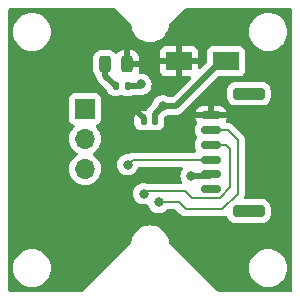
<source format=gbr>
%TF.GenerationSoftware,KiCad,Pcbnew,7.0.2*%
%TF.CreationDate,2023-07-22T23:42:45-04:00*%
%TF.ProjectId,encoder_go_v1_rev1,656e636f-6465-4725-9f67-6f5f76315f72,rev?*%
%TF.SameCoordinates,Original*%
%TF.FileFunction,Copper,L1,Top*%
%TF.FilePolarity,Positive*%
%FSLAX46Y46*%
G04 Gerber Fmt 4.6, Leading zero omitted, Abs format (unit mm)*
G04 Created by KiCad (PCBNEW 7.0.2) date 2023-07-22 23:42:45*
%MOMM*%
%LPD*%
G01*
G04 APERTURE LIST*
G04 Aperture macros list*
%AMRoundRect*
0 Rectangle with rounded corners*
0 $1 Rounding radius*
0 $2 $3 $4 $5 $6 $7 $8 $9 X,Y pos of 4 corners*
0 Add a 4 corners polygon primitive as box body*
4,1,4,$2,$3,$4,$5,$6,$7,$8,$9,$2,$3,0*
0 Add four circle primitives for the rounded corners*
1,1,$1+$1,$2,$3*
1,1,$1+$1,$4,$5*
1,1,$1+$1,$6,$7*
1,1,$1+$1,$8,$9*
0 Add four rect primitives between the rounded corners*
20,1,$1+$1,$2,$3,$4,$5,0*
20,1,$1+$1,$4,$5,$6,$7,0*
20,1,$1+$1,$6,$7,$8,$9,0*
20,1,$1+$1,$8,$9,$2,$3,0*%
G04 Aperture macros list end*
%TA.AperFunction,SMDPad,CuDef*%
%ADD10RoundRect,0.135000X-0.135000X-0.185000X0.135000X-0.185000X0.135000X0.185000X-0.135000X0.185000X0*%
%TD*%
%TA.AperFunction,SMDPad,CuDef*%
%ADD11RoundRect,0.243750X0.243750X0.456250X-0.243750X0.456250X-0.243750X-0.456250X0.243750X-0.456250X0*%
%TD*%
%TA.AperFunction,SMDPad,CuDef*%
%ADD12RoundRect,0.140000X-0.140000X-0.170000X0.140000X-0.170000X0.140000X0.170000X-0.140000X0.170000X0*%
%TD*%
%TA.AperFunction,SMDPad,CuDef*%
%ADD13R,2.200000X1.550000*%
%TD*%
%TA.AperFunction,SMDPad,CuDef*%
%ADD14RoundRect,0.150000X0.700000X-0.150000X0.700000X0.150000X-0.700000X0.150000X-0.700000X-0.150000X0*%
%TD*%
%TA.AperFunction,SMDPad,CuDef*%
%ADD15RoundRect,0.250000X1.100000X-0.250000X1.100000X0.250000X-1.100000X0.250000X-1.100000X-0.250000X0*%
%TD*%
%TA.AperFunction,ComponentPad*%
%ADD16R,1.700000X1.700000*%
%TD*%
%TA.AperFunction,ComponentPad*%
%ADD17O,1.700000X1.700000*%
%TD*%
%TA.AperFunction,ViaPad*%
%ADD18C,0.800000*%
%TD*%
%TA.AperFunction,Conductor*%
%ADD19C,0.500000*%
%TD*%
%TA.AperFunction,Conductor*%
%ADD20C,0.200000*%
%TD*%
G04 APERTURE END LIST*
D10*
%TO.P,R1,1*%
%TO.N,Net-(D1-A)*%
X147090318Y-94607832D03*
%TO.P,R1,2*%
%TO.N,GND*%
X148110318Y-94607832D03*
%TD*%
D11*
%TO.P,D1,1,K*%
%TO.N,+3.3V*%
X148060501Y-92740999D03*
%TO.P,D1,2,A*%
%TO.N,Net-(D1-A)*%
X146185501Y-92740999D03*
%TD*%
D12*
%TO.P,C1,1*%
%TO.N,+3.3V*%
X149451000Y-97541998D03*
%TO.P,C1,2*%
%TO.N,GND*%
X150411000Y-97541998D03*
%TD*%
D13*
%TO.P,D2,1,1*%
%TO.N,+3.3V*%
X152445000Y-92486999D03*
%TO.P,D2,2,2*%
%TO.N,GND*%
X156445000Y-92486999D03*
%TD*%
D14*
%TO.P,J1,1,Pin_1*%
%TO.N,unconnected-(J1-Pin_1-Pad1)*%
X155154999Y-103326999D03*
%TO.P,J1,2,Pin_2*%
%TO.N,GND*%
X155154999Y-102076999D03*
%TO.P,J1,3,Pin_3*%
%TO.N,Net-(J1-Pin_3)*%
X155154999Y-100826999D03*
%TO.P,J1,4,Pin_4*%
%TO.N,Net-(J1-Pin_4)*%
X155154999Y-99576999D03*
%TO.P,J1,5,Pin_5*%
%TO.N,Net-(J1-Pin_5)*%
X155154999Y-98326999D03*
%TO.P,J1,6,Pin_6*%
%TO.N,+3.3V*%
X155154999Y-97076999D03*
D15*
%TO.P,J1,MP*%
%TO.N,N/C*%
X158354999Y-105176999D03*
X158354999Y-95226999D03*
%TD*%
D16*
%TO.P,J2,1,Pin_1*%
%TO.N,Net-(J2-Pin_1)*%
X144503000Y-96531999D03*
D17*
%TO.P,J2,2,Pin_2*%
%TO.N,Net-(J2-Pin_2)*%
X144503000Y-99071999D03*
%TO.P,J2,3,Pin_3*%
%TO.N,Net-(J2-Pin_3)*%
X144503000Y-101611999D03*
%TD*%
D18*
%TO.N,+3.3V*%
X148661135Y-96502259D03*
%TO.N,GND*%
X149216000Y-94440999D03*
X151065869Y-96289747D03*
X153466000Y-102190999D03*
%TO.N,Net-(J1-Pin_3)*%
X148093836Y-101259094D03*
%TO.N,Net-(J1-Pin_4)*%
X149445469Y-103710892D03*
%TO.N,Net-(J1-Pin_5)*%
X150716000Y-104440999D03*
%TD*%
D19*
%TO.N,+3.3V*%
X149451000Y-97541998D02*
X149451000Y-97292124D01*
X149451000Y-97292124D02*
X148661135Y-96502259D01*
%TO.N,GND*%
X149049167Y-94607832D02*
X149216000Y-94440999D01*
X150411000Y-96940999D02*
X150411000Y-97541998D01*
X151062252Y-96289747D02*
X150411000Y-96940999D01*
X155040999Y-102190999D02*
X155154999Y-102076999D01*
X151065869Y-96289747D02*
X151062252Y-96289747D01*
X152176252Y-96289747D02*
X155979000Y-92486999D01*
X151065869Y-96289747D02*
X152176252Y-96289747D01*
X155979000Y-92486999D02*
X156445000Y-92486999D01*
X153466000Y-102190999D02*
X155040999Y-102190999D01*
X148110318Y-94607832D02*
X149049167Y-94607832D01*
%TO.N,Net-(D1-A)*%
X146185501Y-93703015D02*
X147090318Y-94607832D01*
X146185501Y-92740999D02*
X146185501Y-93703015D01*
D20*
%TO.N,Net-(J1-Pin_3)*%
X155154999Y-100826999D02*
X148525931Y-100826999D01*
X148525931Y-100826999D02*
X148093836Y-101259094D01*
%TO.N,Net-(J1-Pin_4)*%
X155154999Y-99576999D02*
X155391395Y-99576999D01*
X156439380Y-99561695D02*
X156800863Y-99923178D01*
X153000000Y-103500000D02*
X149656361Y-103500000D01*
X155406699Y-99561695D02*
X156439380Y-99561695D01*
X149656361Y-103500000D02*
X149445469Y-103710892D01*
X156800863Y-99923178D02*
X156800863Y-103167531D01*
X156800863Y-103167531D02*
X155936395Y-104031999D01*
X155936395Y-104031999D02*
X153531999Y-104031999D01*
X155391395Y-99576999D02*
X155406699Y-99561695D01*
X153531999Y-104031999D02*
X153000000Y-103500000D01*
%TO.N,Net-(J1-Pin_5)*%
X157466000Y-103690999D02*
X156125000Y-105031999D01*
X156579364Y-98304363D02*
X157466000Y-99190999D01*
X155154999Y-98326999D02*
X155391395Y-98326999D01*
X155414031Y-98304363D02*
X156579364Y-98304363D01*
X155391395Y-98326999D02*
X155414031Y-98304363D01*
X152440999Y-104440999D02*
X150716000Y-104440999D01*
X156125000Y-105031999D02*
X153031999Y-105031999D01*
X153031999Y-105031999D02*
X152440999Y-104440999D01*
X157466000Y-99190999D02*
X157466000Y-103690999D01*
%TD*%
%TA.AperFunction,Conductor*%
%TO.N,+3.3V*%
G36*
X147019995Y-88019685D02*
G01*
X147040637Y-88036319D01*
X148375126Y-89370807D01*
X148408611Y-89432130D01*
X148410060Y-89440007D01*
X148435251Y-89607141D01*
X148474419Y-89734120D01*
X148505959Y-89836368D01*
X148610040Y-90052494D01*
X148745170Y-90250694D01*
X148908331Y-90426539D01*
X149095878Y-90576103D01*
X149303622Y-90696044D01*
X149457401Y-90756398D01*
X149514963Y-90778990D01*
X149526921Y-90783683D01*
X149760789Y-90837062D01*
X150000000Y-90854988D01*
X150239211Y-90837062D01*
X150473079Y-90783683D01*
X150696378Y-90696044D01*
X150904122Y-90576103D01*
X151091669Y-90426539D01*
X151254830Y-90250694D01*
X151389960Y-90052494D01*
X151415240Y-90000000D01*
X158394551Y-90000000D01*
X158414317Y-90251149D01*
X158473126Y-90496110D01*
X158521330Y-90612485D01*
X158569534Y-90728859D01*
X158701164Y-90943659D01*
X158864776Y-91135224D01*
X159056341Y-91298836D01*
X159271141Y-91430466D01*
X159503889Y-91526873D01*
X159748852Y-91585683D01*
X160000000Y-91605449D01*
X160251148Y-91585683D01*
X160496111Y-91526873D01*
X160728859Y-91430466D01*
X160943659Y-91298836D01*
X161135224Y-91135224D01*
X161298836Y-90943659D01*
X161430466Y-90728859D01*
X161526873Y-90496111D01*
X161585683Y-90251148D01*
X161605449Y-90000000D01*
X161585683Y-89748852D01*
X161526873Y-89503889D01*
X161430466Y-89271141D01*
X161298836Y-89056341D01*
X161135224Y-88864776D01*
X160943659Y-88701164D01*
X160728859Y-88569534D01*
X160612485Y-88521330D01*
X160496110Y-88473126D01*
X160251149Y-88414317D01*
X160000000Y-88394551D01*
X159748850Y-88414317D01*
X159503889Y-88473126D01*
X159271139Y-88569535D01*
X159056342Y-88701163D01*
X158864776Y-88864776D01*
X158701163Y-89056342D01*
X158569535Y-89271139D01*
X158473126Y-89503889D01*
X158414317Y-89748850D01*
X158394551Y-90000000D01*
X151415240Y-90000000D01*
X151494041Y-89836368D01*
X151564748Y-89607143D01*
X151589939Y-89440006D01*
X151619394Y-89376652D01*
X151624857Y-89370823D01*
X152959362Y-88036319D01*
X153020685Y-88002834D01*
X153047043Y-88000000D01*
X161876000Y-88000000D01*
X161943039Y-88019685D01*
X161988794Y-88072489D01*
X162000000Y-88124000D01*
X162000000Y-111876000D01*
X161980315Y-111943039D01*
X161927511Y-111988794D01*
X161876000Y-112000000D01*
X155797044Y-112000000D01*
X155730005Y-111980315D01*
X155709363Y-111963681D01*
X153745682Y-110000000D01*
X158394551Y-110000000D01*
X158414317Y-110251149D01*
X158473126Y-110496110D01*
X158486631Y-110528713D01*
X158569534Y-110728859D01*
X158701164Y-110943659D01*
X158864776Y-111135224D01*
X159056341Y-111298836D01*
X159271141Y-111430466D01*
X159503889Y-111526873D01*
X159748852Y-111585683D01*
X160000000Y-111605449D01*
X160251148Y-111585683D01*
X160496111Y-111526873D01*
X160728859Y-111430466D01*
X160943659Y-111298836D01*
X161135224Y-111135224D01*
X161298836Y-110943659D01*
X161430466Y-110728859D01*
X161526873Y-110496111D01*
X161585683Y-110251148D01*
X161605449Y-110000000D01*
X161585683Y-109748852D01*
X161526873Y-109503889D01*
X161430466Y-109271141D01*
X161298836Y-109056341D01*
X161135224Y-108864776D01*
X160943659Y-108701164D01*
X160728859Y-108569534D01*
X160612485Y-108521330D01*
X160496110Y-108473126D01*
X160251149Y-108414317D01*
X160000000Y-108394551D01*
X159748850Y-108414317D01*
X159503889Y-108473126D01*
X159271139Y-108569535D01*
X159056342Y-108701163D01*
X158864776Y-108864776D01*
X158701163Y-109056342D01*
X158569535Y-109271139D01*
X158473126Y-109503889D01*
X158414317Y-109748850D01*
X158394551Y-110000000D01*
X153745682Y-110000000D01*
X151624872Y-107879190D01*
X151591387Y-107817867D01*
X151589940Y-107810004D01*
X151564748Y-107642857D01*
X151494041Y-107413632D01*
X151389960Y-107197506D01*
X151254830Y-106999306D01*
X151091669Y-106823461D01*
X150904122Y-106673897D01*
X150904121Y-106673896D01*
X150696376Y-106553955D01*
X150473081Y-106466317D01*
X150239208Y-106412937D01*
X150000000Y-106395011D01*
X149760791Y-106412937D01*
X149526918Y-106466317D01*
X149303623Y-106553955D01*
X149095878Y-106673896D01*
X148908330Y-106823461D01*
X148745169Y-106999306D01*
X148610040Y-107197505D01*
X148505959Y-107413632D01*
X148435252Y-107642857D01*
X148410060Y-107809991D01*
X148380603Y-107873347D01*
X148375126Y-107879190D01*
X144290637Y-111963681D01*
X144229314Y-111997166D01*
X144202956Y-112000000D01*
X138124000Y-112000000D01*
X138056961Y-111980315D01*
X138011206Y-111927511D01*
X138000000Y-111876000D01*
X138000000Y-109999999D01*
X138394551Y-109999999D01*
X138414317Y-110251149D01*
X138473126Y-110496110D01*
X138486631Y-110528713D01*
X138569534Y-110728859D01*
X138701164Y-110943659D01*
X138864776Y-111135224D01*
X139056341Y-111298836D01*
X139271141Y-111430466D01*
X139503889Y-111526873D01*
X139748852Y-111585683D01*
X140000000Y-111605449D01*
X140251148Y-111585683D01*
X140496111Y-111526873D01*
X140728859Y-111430466D01*
X140943659Y-111298836D01*
X141135224Y-111135224D01*
X141298836Y-110943659D01*
X141430466Y-110728859D01*
X141526873Y-110496111D01*
X141585683Y-110251148D01*
X141605449Y-110000000D01*
X141585683Y-109748852D01*
X141526873Y-109503889D01*
X141430466Y-109271141D01*
X141298836Y-109056341D01*
X141135224Y-108864776D01*
X140943659Y-108701164D01*
X140728859Y-108569534D01*
X140612484Y-108521330D01*
X140496110Y-108473126D01*
X140251149Y-108414317D01*
X140000000Y-108394551D01*
X139748850Y-108414317D01*
X139503889Y-108473126D01*
X139271139Y-108569535D01*
X139056342Y-108701163D01*
X138864776Y-108864776D01*
X138701163Y-109056342D01*
X138569535Y-109271139D01*
X138473126Y-109503889D01*
X138414317Y-109748850D01*
X138394551Y-109999999D01*
X138000000Y-109999999D01*
X138000000Y-101611998D01*
X143147340Y-101611998D01*
X143167936Y-101847406D01*
X143209558Y-102002741D01*
X143229097Y-102075662D01*
X143328965Y-102289829D01*
X143464505Y-102483400D01*
X143631599Y-102650494D01*
X143825170Y-102786034D01*
X144039337Y-102885902D01*
X144267592Y-102947061D01*
X144267592Y-102947062D01*
X144502999Y-102967658D01*
X144502999Y-102967657D01*
X144503000Y-102967658D01*
X144738408Y-102947062D01*
X144966663Y-102885902D01*
X145180830Y-102786034D01*
X145374401Y-102650494D01*
X145541495Y-102483400D01*
X145677035Y-102289829D01*
X145776903Y-102075662D01*
X145838063Y-101847407D01*
X145858659Y-101611999D01*
X145838063Y-101376591D01*
X145806580Y-101259094D01*
X147188376Y-101259094D01*
X147208162Y-101447351D01*
X147266656Y-101627378D01*
X147361302Y-101791310D01*
X147487965Y-101931983D01*
X147641105Y-102043245D01*
X147814033Y-102120238D01*
X147999188Y-102159594D01*
X147999190Y-102159594D01*
X148188484Y-102159594D01*
X148311919Y-102133356D01*
X148373639Y-102120238D01*
X148546566Y-102043245D01*
X148546565Y-102043245D01*
X148699706Y-101931983D01*
X148826369Y-101791310D01*
X148921015Y-101627378D01*
X148958120Y-101513181D01*
X148997557Y-101455506D01*
X149061916Y-101428307D01*
X149076051Y-101427499D01*
X152663207Y-101427499D01*
X152730246Y-101447184D01*
X152776001Y-101499988D01*
X152785945Y-101569146D01*
X152756920Y-101632702D01*
X152755357Y-101634471D01*
X152733466Y-101658782D01*
X152638820Y-101822714D01*
X152580326Y-102002741D01*
X152560540Y-102190998D01*
X152580326Y-102379256D01*
X152638820Y-102559283D01*
X152727858Y-102713500D01*
X152744331Y-102781400D01*
X152721478Y-102847427D01*
X152666557Y-102890618D01*
X152620471Y-102899500D01*
X149863372Y-102899500D01*
X149812936Y-102888779D01*
X149725271Y-102849747D01*
X149540117Y-102810392D01*
X149540115Y-102810392D01*
X149350823Y-102810392D01*
X149350821Y-102810392D01*
X149165666Y-102849747D01*
X148992738Y-102926740D01*
X148839598Y-103038002D01*
X148712935Y-103178675D01*
X148618289Y-103342607D01*
X148559795Y-103522634D01*
X148540009Y-103710891D01*
X148559795Y-103899149D01*
X148618289Y-104079176D01*
X148712935Y-104243108D01*
X148839598Y-104383781D01*
X148992738Y-104495043D01*
X149165666Y-104572036D01*
X149350821Y-104611392D01*
X149350823Y-104611392D01*
X149540117Y-104611392D01*
X149696938Y-104578059D01*
X149766605Y-104583375D01*
X149822339Y-104625512D01*
X149840650Y-104661030D01*
X149888821Y-104809284D01*
X149983466Y-104973215D01*
X150110129Y-105113888D01*
X150263269Y-105225150D01*
X150436197Y-105302143D01*
X150621352Y-105341499D01*
X150621354Y-105341499D01*
X150810648Y-105341499D01*
X150934083Y-105315261D01*
X150995803Y-105302143D01*
X151168730Y-105225150D01*
X151321871Y-105113887D01*
X151321870Y-105113887D01*
X151350110Y-105082526D01*
X151409597Y-105045878D01*
X151442259Y-105041499D01*
X152140902Y-105041499D01*
X152207941Y-105061184D01*
X152228583Y-105077818D01*
X152573798Y-105423033D01*
X152584493Y-105435228D01*
X152603716Y-105460281D01*
X152722710Y-105551587D01*
X152727629Y-105555901D01*
X152729156Y-105556533D01*
X152729157Y-105556534D01*
X152729158Y-105556535D01*
X152875237Y-105617043D01*
X152953617Y-105627361D01*
X153031998Y-105637681D01*
X153031998Y-105637680D01*
X153031999Y-105637681D01*
X153063301Y-105633559D01*
X153079486Y-105632499D01*
X156077513Y-105632499D01*
X156093697Y-105633559D01*
X156125000Y-105637681D01*
X156281762Y-105617043D01*
X156374494Y-105578631D01*
X156443961Y-105571163D01*
X156506441Y-105602438D01*
X156539651Y-105654188D01*
X156570185Y-105746333D01*
X156570186Y-105746334D01*
X156662287Y-105895656D01*
X156786341Y-106019710D01*
X156786343Y-106019711D01*
X156935665Y-106111813D01*
X157047015Y-106148711D01*
X157102201Y-106166998D01*
X157201857Y-106177179D01*
X157201858Y-106177179D01*
X157204990Y-106177499D01*
X159505007Y-106177498D01*
X159607796Y-106166998D01*
X159774333Y-106111813D01*
X159923655Y-106019711D01*
X160047711Y-105895655D01*
X160139813Y-105746333D01*
X160194998Y-105579796D01*
X160205499Y-105477008D01*
X160205498Y-104876991D01*
X160194998Y-104774202D01*
X160139813Y-104607665D01*
X160047711Y-104458343D01*
X160047710Y-104458341D01*
X159923656Y-104334287D01*
X159774333Y-104242185D01*
X159607796Y-104186999D01*
X159508140Y-104176818D01*
X159508121Y-104176817D01*
X159505008Y-104176499D01*
X159501859Y-104176499D01*
X158100455Y-104176499D01*
X158033416Y-104156814D01*
X157987661Y-104104010D01*
X157977717Y-104034852D01*
X157985894Y-104005046D01*
X157990536Y-103993840D01*
X158051044Y-103847761D01*
X158066500Y-103730360D01*
X158071682Y-103690999D01*
X158067561Y-103659695D01*
X158066500Y-103643510D01*
X158066500Y-99238486D01*
X158067561Y-99222300D01*
X158071682Y-99190998D01*
X158056015Y-99071999D01*
X158051044Y-99034237D01*
X157990536Y-98888158D01*
X157990536Y-98888157D01*
X157918450Y-98794213D01*
X157894282Y-98762717D01*
X157869229Y-98743493D01*
X157857035Y-98732799D01*
X157037563Y-97913327D01*
X157026867Y-97901131D01*
X157007645Y-97876079D01*
X156882204Y-97779826D01*
X156736126Y-97719319D01*
X156618725Y-97703863D01*
X156579363Y-97698680D01*
X156562879Y-97700851D01*
X156493844Y-97690085D01*
X156441588Y-97643705D01*
X156422703Y-97576436D01*
X156439962Y-97514791D01*
X156456279Y-97487199D01*
X156502098Y-97329487D01*
X156502294Y-97326999D01*
X153807703Y-97326999D01*
X153807899Y-97329487D01*
X153853718Y-97487199D01*
X153943130Y-97638387D01*
X153960313Y-97706111D01*
X153943130Y-97764629D01*
X153853254Y-97916601D01*
X153807401Y-98074426D01*
X153804690Y-98108870D01*
X153804689Y-98108885D01*
X153804499Y-98111305D01*
X153804499Y-98542693D01*
X153804689Y-98545113D01*
X153804690Y-98545127D01*
X153807401Y-98579571D01*
X153853254Y-98737396D01*
X153942840Y-98888878D01*
X153960023Y-98956602D01*
X153942840Y-99015120D01*
X153853254Y-99166601D01*
X153807401Y-99324426D01*
X153804690Y-99358870D01*
X153804689Y-99358885D01*
X153804499Y-99361305D01*
X153804499Y-99792693D01*
X153804689Y-99795113D01*
X153804690Y-99795127D01*
X153807401Y-99829571D01*
X153853254Y-99987396D01*
X153883996Y-100039378D01*
X153901179Y-100107102D01*
X153879019Y-100173365D01*
X153824553Y-100217128D01*
X153777264Y-100226499D01*
X148573418Y-100226499D01*
X148557233Y-100225438D01*
X148553307Y-100224921D01*
X148525930Y-100221316D01*
X148490672Y-100225958D01*
X148486570Y-100226499D01*
X148427869Y-100234227D01*
X148369168Y-100241955D01*
X148223090Y-100302462D01*
X148183332Y-100332970D01*
X148118163Y-100358164D01*
X148107846Y-100358594D01*
X147999188Y-100358594D01*
X147814033Y-100397949D01*
X147641105Y-100474942D01*
X147487965Y-100586204D01*
X147361302Y-100726877D01*
X147266656Y-100890809D01*
X147208162Y-101070836D01*
X147188376Y-101259094D01*
X145806580Y-101259094D01*
X145776903Y-101148336D01*
X145677035Y-100934170D01*
X145541495Y-100740598D01*
X145374401Y-100573504D01*
X145188839Y-100443572D01*
X145145216Y-100388997D01*
X145138022Y-100319499D01*
X145169545Y-100257144D01*
X145188837Y-100240427D01*
X145374401Y-100110494D01*
X145541495Y-99943400D01*
X145677035Y-99749829D01*
X145776903Y-99535662D01*
X145838063Y-99307407D01*
X145858659Y-99071999D01*
X145838063Y-98836591D01*
X145776903Y-98608336D01*
X145677035Y-98394170D01*
X145541495Y-98200598D01*
X145419569Y-98078672D01*
X145386084Y-98017349D01*
X145391068Y-97947657D01*
X145432940Y-97891724D01*
X145463915Y-97874809D01*
X145595331Y-97825795D01*
X145710546Y-97739545D01*
X145796796Y-97624330D01*
X145847091Y-97489482D01*
X145853500Y-97429872D01*
X145853500Y-97323778D01*
X148669708Y-97323778D01*
X148671070Y-97339297D01*
X148671070Y-97801775D01*
X148672965Y-97809852D01*
X148718967Y-97968192D01*
X148801281Y-98107377D01*
X148915620Y-98221716D01*
X149054803Y-98304029D01*
X149218419Y-98351562D01*
X149235628Y-98345116D01*
X149246197Y-98344797D01*
X149677761Y-98350191D01*
X149698666Y-98350453D01*
X149698666Y-98350452D01*
X149698667Y-98350453D01*
X149698667Y-98350452D01*
X149701551Y-98349677D01*
X149724631Y-98339637D01*
X149847193Y-98304030D01*
X149867383Y-98292089D01*
X149935106Y-98274904D01*
X149993629Y-98292087D01*
X150014605Y-98304492D01*
X150170003Y-98349640D01*
X150170007Y-98349641D01*
X150206310Y-98352498D01*
X150208755Y-98352498D01*
X150613245Y-98352498D01*
X150615690Y-98352498D01*
X150651993Y-98349641D01*
X150807395Y-98304492D01*
X150946687Y-98222115D01*
X151061117Y-98107685D01*
X151143494Y-97968393D01*
X151188643Y-97812991D01*
X151191500Y-97776688D01*
X151191500Y-97307308D01*
X151190461Y-97294111D01*
X151204820Y-97225735D01*
X151253868Y-97175975D01*
X151288294Y-97163086D01*
X151345672Y-97150891D01*
X151345673Y-97150890D01*
X151345675Y-97150890D01*
X151518597Y-97073899D01*
X151518597Y-97073898D01*
X151518599Y-97073898D01*
X151532318Y-97063930D01*
X151598125Y-97040449D01*
X151605206Y-97040247D01*
X152112546Y-97040247D01*
X152130516Y-97041556D01*
X152134572Y-97042149D01*
X152154275Y-97045036D01*
X152203620Y-97040719D01*
X152214428Y-97040247D01*
X152216352Y-97040247D01*
X152219961Y-97040247D01*
X152250802Y-97036641D01*
X152254283Y-97036286D01*
X152329049Y-97029746D01*
X152329049Y-97029745D01*
X152330304Y-97029636D01*
X152349314Y-97025421D01*
X152350502Y-97024988D01*
X152350507Y-97024988D01*
X152421072Y-96999304D01*
X152424347Y-96998166D01*
X152495586Y-96974561D01*
X152495588Y-96974559D01*
X152496788Y-96974162D01*
X152514315Y-96965676D01*
X152515364Y-96964985D01*
X152515369Y-96964984D01*
X152578058Y-96923752D01*
X152581050Y-96921846D01*
X152644908Y-96882459D01*
X152644908Y-96882458D01*
X152645981Y-96881797D01*
X152661076Y-96869500D01*
X152661944Y-96868579D01*
X152661948Y-96868577D01*
X152701174Y-96826998D01*
X153807703Y-96826998D01*
X153807704Y-96826999D01*
X154904999Y-96826999D01*
X154904999Y-96276999D01*
X155404999Y-96276999D01*
X155404999Y-96826999D01*
X156502294Y-96826999D01*
X156502294Y-96826998D01*
X156502098Y-96824510D01*
X156456279Y-96666798D01*
X156372681Y-96525441D01*
X156256556Y-96409316D01*
X156115196Y-96325716D01*
X155957492Y-96279899D01*
X155923075Y-96277190D01*
X155918196Y-96276999D01*
X155404999Y-96276999D01*
X154904999Y-96276999D01*
X154391802Y-96276999D01*
X154386922Y-96277190D01*
X154352505Y-96279899D01*
X154194801Y-96325716D01*
X154053441Y-96409316D01*
X153937316Y-96525441D01*
X153853718Y-96666798D01*
X153807899Y-96824510D01*
X153807703Y-96826998D01*
X152701174Y-96826998D01*
X152713436Y-96814001D01*
X152715882Y-96811483D01*
X154003489Y-95523876D01*
X156504499Y-95523876D01*
X156504500Y-95527007D01*
X156504819Y-95530139D01*
X156504820Y-95530140D01*
X156514999Y-95629795D01*
X156570185Y-95796333D01*
X156662287Y-95945656D01*
X156786341Y-96069710D01*
X156786343Y-96069711D01*
X156935665Y-96161813D01*
X157047016Y-96198711D01*
X157102201Y-96216998D01*
X157201857Y-96227179D01*
X157201858Y-96227179D01*
X157204990Y-96227499D01*
X159505007Y-96227498D01*
X159607796Y-96216998D01*
X159774333Y-96161813D01*
X159923655Y-96069711D01*
X160047711Y-95945655D01*
X160139813Y-95796333D01*
X160194998Y-95629796D01*
X160205499Y-95527008D01*
X160205498Y-94926991D01*
X160194998Y-94824202D01*
X160139813Y-94657665D01*
X160047711Y-94508343D01*
X160047710Y-94508341D01*
X159923656Y-94384287D01*
X159774333Y-94292185D01*
X159607796Y-94236999D01*
X159508140Y-94226818D01*
X159508121Y-94226817D01*
X159505008Y-94226499D01*
X159501859Y-94226499D01*
X157208139Y-94226499D01*
X157208119Y-94226499D01*
X157204991Y-94226500D01*
X157201859Y-94226819D01*
X157201857Y-94226820D01*
X157102202Y-94236999D01*
X156935664Y-94292185D01*
X156786341Y-94384287D01*
X156662287Y-94508341D01*
X156570185Y-94657664D01*
X156514999Y-94824201D01*
X156504818Y-94923857D01*
X156504816Y-94923877D01*
X156504499Y-94926990D01*
X156504499Y-94930137D01*
X156504499Y-94930138D01*
X156504499Y-95523857D01*
X156504499Y-95523876D01*
X154003489Y-95523876D01*
X155728549Y-93798816D01*
X155789872Y-93765332D01*
X155816230Y-93762498D01*
X157589561Y-93762498D01*
X157592872Y-93762498D01*
X157652483Y-93756090D01*
X157787331Y-93705795D01*
X157902546Y-93619545D01*
X157988796Y-93504330D01*
X158039091Y-93369482D01*
X158045500Y-93309872D01*
X158045499Y-91664127D01*
X158039091Y-91604516D01*
X157988796Y-91469668D01*
X157902546Y-91354453D01*
X157787331Y-91268203D01*
X157652483Y-91217908D01*
X157600816Y-91212353D01*
X157596166Y-91211853D01*
X157596165Y-91211852D01*
X157592873Y-91211499D01*
X157589550Y-91211499D01*
X155300439Y-91211499D01*
X155300420Y-91211499D01*
X155297128Y-91211500D01*
X155293848Y-91211852D01*
X155293840Y-91211853D01*
X155237515Y-91217908D01*
X155102669Y-91268203D01*
X154987454Y-91354453D01*
X154901204Y-91469667D01*
X154850909Y-91604515D01*
X154850789Y-91605636D01*
X154844500Y-91664126D01*
X154844500Y-91667447D01*
X154844500Y-91667448D01*
X154844500Y-92508768D01*
X154824815Y-92575807D01*
X154808181Y-92596449D01*
X154256681Y-93147949D01*
X154195358Y-93181434D01*
X154125666Y-93176450D01*
X154069733Y-93134578D01*
X154045316Y-93069114D01*
X154045000Y-93060268D01*
X154045000Y-92736999D01*
X152695000Y-92736999D01*
X152695000Y-93761999D01*
X153343269Y-93761999D01*
X153410308Y-93781684D01*
X153456063Y-93834488D01*
X153466007Y-93903646D01*
X153436982Y-93967202D01*
X153430950Y-93973680D01*
X151901703Y-95502928D01*
X151840380Y-95536413D01*
X151814022Y-95539247D01*
X151605206Y-95539247D01*
X151538167Y-95519562D01*
X151532319Y-95515564D01*
X151518597Y-95505594D01*
X151345671Y-95428602D01*
X151160517Y-95389247D01*
X151160515Y-95389247D01*
X150971223Y-95389247D01*
X150971221Y-95389247D01*
X150786066Y-95428602D01*
X150613138Y-95505595D01*
X150459998Y-95616857D01*
X150333335Y-95757530D01*
X150238690Y-95921461D01*
X150185088Y-96086430D01*
X150154838Y-96135792D01*
X149925359Y-96365270D01*
X149911728Y-96377050D01*
X149892470Y-96391387D01*
X149860635Y-96429327D01*
X149853338Y-96437291D01*
X149851972Y-96438656D01*
X149851950Y-96438680D01*
X149849409Y-96441222D01*
X149847173Y-96444049D01*
X149847171Y-96444052D01*
X149830176Y-96465545D01*
X149827902Y-96468336D01*
X149778894Y-96526743D01*
X149768418Y-96543186D01*
X149736192Y-96612293D01*
X149734622Y-96615536D01*
X149719177Y-96646290D01*
X149671499Y-96697365D01*
X149616641Y-96714364D01*
X149252635Y-96738710D01*
X149221010Y-96731677D01*
X149054805Y-96779965D01*
X148915620Y-96862279D01*
X148801281Y-96976618D01*
X148718967Y-97115803D01*
X148673853Y-97271085D01*
X148673684Y-97273243D01*
X148671070Y-97284414D01*
X148671070Y-97301599D01*
X148670688Y-97311327D01*
X148669708Y-97323778D01*
X145853500Y-97323778D01*
X145853499Y-95634127D01*
X145847091Y-95574516D01*
X145796796Y-95439668D01*
X145710546Y-95324453D01*
X145595331Y-95238203D01*
X145460483Y-95187908D01*
X145400873Y-95181499D01*
X145397550Y-95181499D01*
X143608439Y-95181499D01*
X143608420Y-95181499D01*
X143605128Y-95181500D01*
X143601848Y-95181852D01*
X143601840Y-95181853D01*
X143545515Y-95187908D01*
X143410669Y-95238203D01*
X143295454Y-95324453D01*
X143209204Y-95439667D01*
X143158909Y-95574515D01*
X143152966Y-95629796D01*
X143152500Y-95634126D01*
X143152500Y-95637447D01*
X143152500Y-95637448D01*
X143152500Y-97426559D01*
X143152500Y-97426577D01*
X143152501Y-97429871D01*
X143152853Y-97433151D01*
X143152854Y-97433158D01*
X143158909Y-97489483D01*
X143172715Y-97526499D01*
X143209204Y-97624330D01*
X143295454Y-97739545D01*
X143410669Y-97825795D01*
X143522907Y-97867657D01*
X143542082Y-97874809D01*
X143598016Y-97916680D01*
X143622433Y-97982145D01*
X143607581Y-98050418D01*
X143586431Y-98078672D01*
X143464503Y-98200600D01*
X143328965Y-98394169D01*
X143229097Y-98608335D01*
X143167936Y-98836591D01*
X143147340Y-99071999D01*
X143167936Y-99307406D01*
X143212709Y-99474501D01*
X143229097Y-99535662D01*
X143328965Y-99749829D01*
X143464505Y-99943400D01*
X143631599Y-100110494D01*
X143817160Y-100240425D01*
X143860783Y-100295001D01*
X143867976Y-100364500D01*
X143836454Y-100426854D01*
X143817159Y-100443574D01*
X143631595Y-100573507D01*
X143464505Y-100740597D01*
X143328965Y-100934169D01*
X143229097Y-101148335D01*
X143167936Y-101376591D01*
X143147340Y-101611998D01*
X138000000Y-101611998D01*
X138000000Y-93246847D01*
X145197501Y-93246847D01*
X145197819Y-93249960D01*
X145197820Y-93249979D01*
X145207913Y-93348774D01*
X145262638Y-93513922D01*
X145353976Y-93662004D01*
X145403781Y-93711809D01*
X145437266Y-93773132D01*
X145439628Y-93788681D01*
X145445610Y-93857056D01*
X145449830Y-93876086D01*
X145450259Y-93877266D01*
X145450260Y-93877270D01*
X145475914Y-93947757D01*
X145477083Y-93951122D01*
X145501081Y-94023539D01*
X145509576Y-94041087D01*
X145551480Y-94104799D01*
X145553390Y-94107797D01*
X145592789Y-94171671D01*
X145593453Y-94172747D01*
X145605754Y-94187846D01*
X145661211Y-94240167D01*
X145663798Y-94242680D01*
X146303620Y-94882501D01*
X146335015Y-94935587D01*
X146367448Y-95047224D01*
X146406873Y-95113888D01*
X146449183Y-95185430D01*
X146562720Y-95298967D01*
X146700925Y-95380701D01*
X146855114Y-95425497D01*
X146891137Y-95428332D01*
X147289498Y-95428331D01*
X147325522Y-95425497D01*
X147479711Y-95380701D01*
X147537197Y-95346703D01*
X147604919Y-95329520D01*
X147663438Y-95346703D01*
X147682393Y-95357913D01*
X147720924Y-95380701D01*
X147827847Y-95411764D01*
X147875114Y-95425497D01*
X147911137Y-95428332D01*
X148309498Y-95428331D01*
X148345522Y-95425497D01*
X148499711Y-95380701D01*
X148502246Y-95379201D01*
X148508338Y-95375600D01*
X148571458Y-95358332D01*
X148985461Y-95358332D01*
X149003431Y-95359641D01*
X149007487Y-95360234D01*
X149027190Y-95363121D01*
X149076535Y-95358804D01*
X149087343Y-95358332D01*
X149089267Y-95358332D01*
X149092876Y-95358332D01*
X149123717Y-95354726D01*
X149127198Y-95354371D01*
X149201964Y-95347831D01*
X149201964Y-95347830D01*
X149203220Y-95347721D01*
X149225052Y-95342882D01*
X149229728Y-95342336D01*
X149244109Y-95341499D01*
X149310648Y-95341499D01*
X149434084Y-95315261D01*
X149495803Y-95302143D01*
X149668730Y-95225150D01*
X149668730Y-95225149D01*
X149821870Y-95113888D01*
X149948533Y-94973215D01*
X150043179Y-94809283D01*
X150043179Y-94809282D01*
X150101674Y-94629255D01*
X150121460Y-94440999D01*
X150101674Y-94252743D01*
X150043179Y-94072715D01*
X150043179Y-94072714D01*
X149948533Y-93908782D01*
X149821870Y-93768109D01*
X149668730Y-93656847D01*
X149495802Y-93579854D01*
X149310648Y-93540499D01*
X149310646Y-93540499D01*
X149145749Y-93540499D01*
X149078710Y-93520814D01*
X149032955Y-93468010D01*
X149023011Y-93398852D01*
X149028043Y-93377494D01*
X149037594Y-93348670D01*
X149047681Y-93249937D01*
X149048001Y-93243659D01*
X149048001Y-92990999D01*
X147934501Y-92990999D01*
X147867462Y-92971314D01*
X147821707Y-92918510D01*
X147810501Y-92866999D01*
X147810501Y-92736999D01*
X150845000Y-92736999D01*
X150845000Y-93306517D01*
X150845354Y-93313131D01*
X150851400Y-93369370D01*
X150901647Y-93504088D01*
X150987811Y-93619187D01*
X151102910Y-93705351D01*
X151237628Y-93755598D01*
X151293867Y-93761644D01*
X151300482Y-93761999D01*
X152195000Y-93761999D01*
X152195000Y-92736999D01*
X150845000Y-92736999D01*
X147810501Y-92736999D01*
X147810501Y-91540999D01*
X148310501Y-91540999D01*
X148310501Y-92490999D01*
X149048001Y-92490999D01*
X149048001Y-92238338D01*
X149047933Y-92236999D01*
X150845000Y-92236999D01*
X152195000Y-92236999D01*
X152195000Y-91211999D01*
X152695000Y-91211999D01*
X152695000Y-92236999D01*
X154045000Y-92236999D01*
X154045000Y-91667480D01*
X154044645Y-91660866D01*
X154038599Y-91604627D01*
X153988352Y-91469909D01*
X153902188Y-91354810D01*
X153787089Y-91268646D01*
X153652371Y-91218399D01*
X153596132Y-91212353D01*
X153589518Y-91211999D01*
X152695000Y-91211999D01*
X152195000Y-91211999D01*
X151300482Y-91211999D01*
X151293867Y-91212353D01*
X151237628Y-91218399D01*
X151102910Y-91268646D01*
X150987811Y-91354810D01*
X150901647Y-91469909D01*
X150851400Y-91604627D01*
X150845354Y-91660866D01*
X150845000Y-91667480D01*
X150845000Y-92236999D01*
X149047933Y-92236999D01*
X149047681Y-92232060D01*
X149037594Y-92133325D01*
X148982906Y-91968288D01*
X148891630Y-91820306D01*
X148768693Y-91697369D01*
X148620711Y-91606093D01*
X148455674Y-91551405D01*
X148356939Y-91541318D01*
X148350662Y-91540999D01*
X148310501Y-91540999D01*
X147810501Y-91540999D01*
X147770340Y-91540999D01*
X147764062Y-91541318D01*
X147665327Y-91551405D01*
X147500290Y-91606093D01*
X147352308Y-91697369D01*
X147229369Y-91820308D01*
X147228833Y-91821178D01*
X147225520Y-91824157D01*
X147219121Y-91830557D01*
X147218782Y-91830218D01*
X147176885Y-91867903D01*
X147107923Y-91879124D01*
X147043841Y-91851281D01*
X147017756Y-91821178D01*
X147017025Y-91819993D01*
X146894006Y-91696974D01*
X146745924Y-91605636D01*
X146580776Y-91550911D01*
X146481981Y-91540818D01*
X146481962Y-91540817D01*
X146478849Y-91540499D01*
X145892153Y-91540499D01*
X145889040Y-91540816D01*
X145889020Y-91540818D01*
X145790225Y-91550911D01*
X145625077Y-91605636D01*
X145476995Y-91696974D01*
X145353976Y-91819993D01*
X145262638Y-91968075D01*
X145207913Y-92133223D01*
X145197820Y-92232018D01*
X145197818Y-92232038D01*
X145197501Y-92235151D01*
X145197501Y-93246847D01*
X138000000Y-93246847D01*
X138000000Y-89999999D01*
X138394551Y-89999999D01*
X138414317Y-90251149D01*
X138473126Y-90496110D01*
X138521330Y-90612485D01*
X138569534Y-90728859D01*
X138701164Y-90943659D01*
X138864776Y-91135224D01*
X139056341Y-91298836D01*
X139271141Y-91430466D01*
X139503889Y-91526873D01*
X139748852Y-91585683D01*
X140000000Y-91605449D01*
X140251148Y-91585683D01*
X140496111Y-91526873D01*
X140728859Y-91430466D01*
X140943659Y-91298836D01*
X141135224Y-91135224D01*
X141298836Y-90943659D01*
X141430466Y-90728859D01*
X141526873Y-90496111D01*
X141585683Y-90251148D01*
X141605449Y-90000000D01*
X141585683Y-89748852D01*
X141526873Y-89503889D01*
X141430466Y-89271141D01*
X141298836Y-89056341D01*
X141135224Y-88864776D01*
X140943659Y-88701164D01*
X140728859Y-88569534D01*
X140612485Y-88521330D01*
X140496110Y-88473126D01*
X140251149Y-88414317D01*
X140000000Y-88394551D01*
X139748850Y-88414317D01*
X139503889Y-88473126D01*
X139271139Y-88569535D01*
X139056342Y-88701163D01*
X138864776Y-88864776D01*
X138701163Y-89056342D01*
X138569535Y-89271139D01*
X138473126Y-89503889D01*
X138414317Y-89748850D01*
X138394551Y-89999999D01*
X138000000Y-89999999D01*
X138000000Y-88124000D01*
X138019685Y-88056961D01*
X138072489Y-88011206D01*
X138124000Y-88000000D01*
X146952956Y-88000000D01*
X147019995Y-88019685D01*
G37*
%TD.AperFunction*%
%TD*%
M02*

</source>
